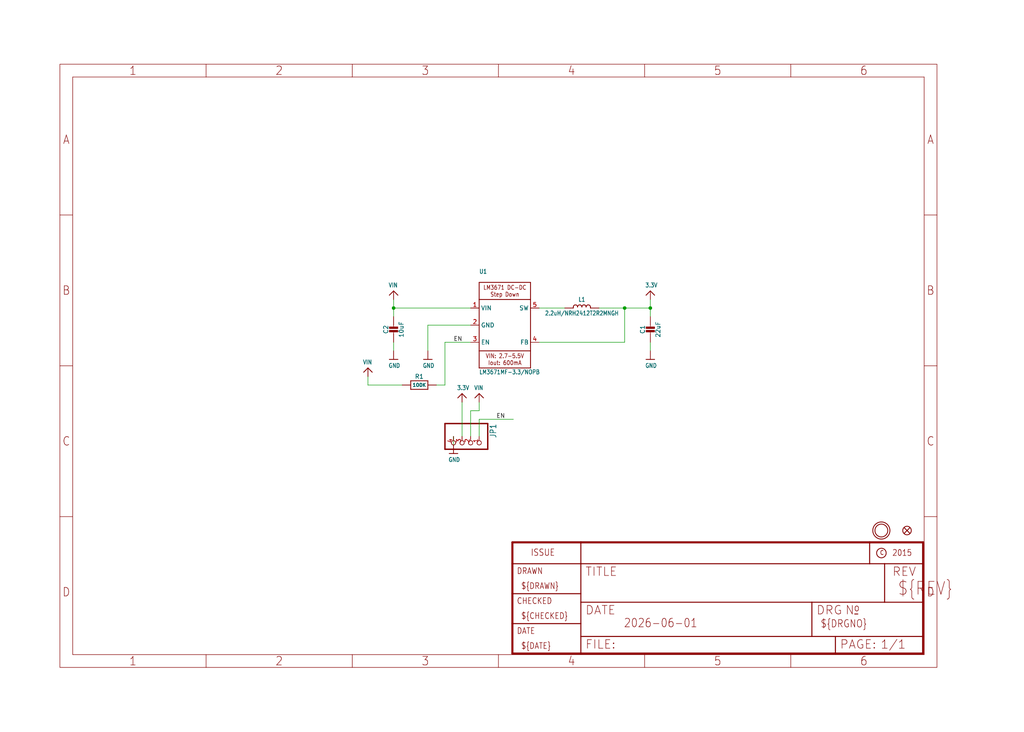
<source format=kicad_sch>
(kicad_sch (version 20230121) (generator eeschema)
  (paper "User" 303.962 217.322)
  (lib_symbols
    (symbol "working-eagle-import:3.3V" (power)
      (property "Value" "3.3V" (at -1.524 1.016 0))
      (symbol "3.3V_1_0"
        (polyline (pts (xy -1.27 -1.27) (xy 0 0)) (stroke (width 0.254)))
        (polyline (pts (xy 0 0) (xy 1.27 -1.27)) (stroke (width 0.254)))
        (pin power_in line (at 0 -2.54 90) (length 2.54) (name "3.3V") (number "1"))
      )
    )
    (symbol "working-eagle-import:CAP_CERAMIC0805-NOOUTLINE"
      (property "Reference" "C" (at -2.29 1.25 90))
      (symbol "CAP_CERAMIC0805-NOOUTLINE_1_0"
        (rectangle (start -1.27 0.508) (end 1.27 1.016) (fill (type outline)))
        (rectangle (start -1.27 1.524) (end 1.27 2.032) (fill (type outline)))
        (polyline (pts (xy 0 0.762) (xy 0 0)) (stroke (width 0.1524)))
        (polyline (pts (xy 0 2.54) (xy 0 1.778)) (stroke (width 0.1524)))
        (pin passive line (at 0 5.08 270) (length 2.54) (name "1") (number "1"))
        (pin passive line (at 0 -2.54 90) (length 2.54) (name "2") (number "2"))
      )
    )
    (symbol "working-eagle-import:FIDUCIAL{dblquote}{dblquote}"
      (symbol "FIDUCIAL{dblquote}{dblquote}_1_0"
        (polyline (pts (xy -0.762 0.762) (xy 0.762 -0.762)) (stroke (width 0.254)))
        (polyline (pts (xy 0.762 0.762) (xy -0.762 -0.762)) (stroke (width 0.254)))
        (circle (center 0 0) (radius 1.27) (stroke (width 0.254)))
      )
    )
    (symbol "working-eagle-import:FRAME_A4"
      (symbol "FRAME_A4_1_0"
        (polyline (pts (xy 0 44.7675) (xy 3.81 44.7675)))
        (polyline (pts (xy 0 89.535) (xy 3.81 89.535)))
        (polyline (pts (xy 0 134.3025) (xy 3.81 134.3025)))
        (polyline (pts (xy 3.81 3.81) (xy 3.81 175.26)))
        (polyline (pts (xy 43.3917 0) (xy 43.3917 3.81)))
        (polyline (pts (xy 43.3917 175.26) (xy 43.3917 179.07)))
        (polyline (pts (xy 86.7833 0) (xy 86.7833 3.81)))
        (polyline (pts (xy 86.7833 175.26) (xy 86.7833 179.07)))
        (polyline (pts (xy 130.175 0) (xy 130.175 3.81)))
        (polyline (pts (xy 130.175 175.26) (xy 130.175 179.07)))
        (polyline (pts (xy 173.5667 0) (xy 173.5667 3.81)))
        (polyline (pts (xy 173.5667 175.26) (xy 173.5667 179.07)))
        (polyline (pts (xy 216.9583 0) (xy 216.9583 3.81)))
        (polyline (pts (xy 216.9583 175.26) (xy 216.9583 179.07)))
        (polyline (pts (xy 256.54 3.81) (xy 3.81 3.81)))
        (polyline (pts (xy 256.54 3.81) (xy 256.54 8.89)) (stroke (width 0.1016)))
        (polyline (pts (xy 256.54 3.81) (xy 256.54 175.26)))
        (polyline (pts (xy 256.54 8.89) (xy 256.54 13.97)) (stroke (width 0.1016)))
        (polyline (pts (xy 256.54 13.97) (xy 256.54 19.05)) (stroke (width 0.1016)))
        (polyline (pts (xy 256.54 19.05) (xy 256.54 36.83)) (stroke (width 0.1016)))
        (polyline (pts (xy 256.54 44.7675) (xy 260.35 44.7675)))
        (polyline (pts (xy 256.54 89.535) (xy 260.35 89.535)))
        (polyline (pts (xy 256.54 134.3025) (xy 260.35 134.3025)))
        (polyline (pts (xy 256.54 175.26) (xy 3.81 175.26)))
        (polyline (pts (xy 0 0) (xy 260.35 0) (xy 260.35 179.07) (xy 0 179.07) (xy 0 0)))
        (text "1" (at 21.6958 1.905 0) (effects (font (size 2.54 2.286))))
        (text "1" (at 21.6958 177.165 0) (effects (font (size 2.54 2.286))))
        (text "2" (at 65.0875 1.905 0) (effects (font (size 2.54 2.286))))
        (text "2" (at 65.0875 177.165 0) (effects (font (size 2.54 2.286))))
        (text "3" (at 108.4792 1.905 0) (effects (font (size 2.54 2.286))))
        (text "3" (at 108.4792 177.165 0) (effects (font (size 2.54 2.286))))
        (text "4" (at 151.8708 1.905 0) (effects (font (size 2.54 2.286))))
        (text "4" (at 151.8708 177.165 0) (effects (font (size 2.54 2.286))))
        (text "5" (at 195.2625 1.905 0) (effects (font (size 2.54 2.286))))
        (text "5" (at 195.2625 177.165 0) (effects (font (size 2.54 2.286))))
        (text "6" (at 238.6542 1.905 0) (effects (font (size 2.54 2.286))))
        (text "6" (at 238.6542 177.165 0) (effects (font (size 2.54 2.286))))
        (text "A" (at 1.905 156.6863 0) (effects (font (size 2.54 2.286))))
        (text "A" (at 258.445 156.6863 0) (effects (font (size 2.54 2.286))))
        (text "B" (at 1.905 111.9188 0) (effects (font (size 2.54 2.286))))
        (text "B" (at 258.445 111.9188 0) (effects (font (size 2.54 2.286))))
        (text "C" (at 1.905 67.1513 0) (effects (font (size 2.54 2.286))))
        (text "C" (at 258.445 67.1513 0) (effects (font (size 2.54 2.286))))
        (text "D" (at 1.905 22.3838 0) (effects (font (size 2.54 2.286))))
        (text "D" (at 258.445 22.3838 0) (effects (font (size 2.54 2.286))))
      )
      (symbol "FRAME_A4_2_0"
        (polyline (pts (xy -0.3048 1.5748) (xy 20.0152 1.5748)) (stroke (width 0.6096)))
        (polyline (pts (xy -0.3048 10.4648) (xy -0.3048 1.5748)) (stroke (width 0.6096)))
        (polyline (pts (xy -0.3048 10.4648) (xy 20.0152 10.4648)) (stroke (width 0.3048)))
        (polyline (pts (xy -0.3048 19.3548) (xy -0.3048 10.4648)) (stroke (width 0.6096)))
        (polyline (pts (xy -0.3048 19.3548) (xy 20.0152 19.3548)) (stroke (width 0.3048)))
        (polyline (pts (xy -0.3048 28.2448) (xy -0.3048 19.3548)) (stroke (width 0.6096)))
        (polyline (pts (xy -0.3048 28.2448) (xy 20.0152 28.2448)) (stroke (width 0.3048)))
        (polyline (pts (xy -0.3048 34.5948) (xy -0.3048 28.2448)) (stroke (width 0.6096)))
        (polyline (pts (xy 20.0152 1.5748) (xy 20.0152 6.6548)) (stroke (width 0.3048)))
        (polyline (pts (xy 20.0152 1.5748) (xy 95.5802 1.5748)) (stroke (width 0.6096)))
        (polyline (pts (xy 20.0152 6.6548) (xy 20.0152 10.4648)) (stroke (width 0.3048)))
        (polyline (pts (xy 20.0152 6.6548) (xy 88.5952 6.6548)) (stroke (width 0.3048)))
        (polyline (pts (xy 20.0152 10.4648) (xy 20.0152 16.8148)) (stroke (width 0.3048)))
        (polyline (pts (xy 20.0152 16.8148) (xy 20.0152 19.3548)) (stroke (width 0.3048)))
        (polyline (pts (xy 20.0152 19.3548) (xy 20.0152 28.2448)) (stroke (width 0.3048)))
        (polyline (pts (xy 20.0152 28.2448) (xy 20.0152 34.5948)) (stroke (width 0.3048)))
        (polyline (pts (xy 20.0152 28.2448) (xy 105.7402 28.2448)) (stroke (width 0.3048)))
        (polyline (pts (xy 20.0152 34.5948) (xy -0.3048 34.5948)) (stroke (width 0.6096)))
        (polyline (pts (xy 88.5952 6.6548) (xy 95.5802 6.6548)) (stroke (width 0.3048)))
        (polyline (pts (xy 88.5952 16.8148) (xy 20.0152 16.8148)) (stroke (width 0.3048)))
        (polyline (pts (xy 88.5952 16.8148) (xy 88.5952 6.6548)) (stroke (width 0.3048)))
        (polyline (pts (xy 95.5802 1.5748) (xy 121.6152 1.5748)) (stroke (width 0.6096)))
        (polyline (pts (xy 95.5802 6.6548) (xy 95.5802 1.5748)) (stroke (width 0.3048)))
        (polyline (pts (xy 95.5802 6.6548) (xy 121.6152 6.6548)) (stroke (width 0.3048)))
        (polyline (pts (xy 101.2952 13.3223) (xy 102.2477 13.3223)) (stroke (width 0.254)))
        (polyline (pts (xy 105.7402 28.2448) (xy 105.7402 34.5948)) (stroke (width 0.3048)))
        (polyline (pts (xy 105.7402 28.2448) (xy 110.1852 28.2448)) (stroke (width 0.3048)))
        (polyline (pts (xy 105.7402 34.5948) (xy 20.0152 34.5948)) (stroke (width 0.6096)))
        (polyline (pts (xy 110.1852 16.8148) (xy 88.5952 16.8148)) (stroke (width 0.3048)))
        (polyline (pts (xy 110.1852 28.2448) (xy 110.1852 16.8148)) (stroke (width 0.3048)))
        (polyline (pts (xy 110.1852 28.2448) (xy 121.6152 28.2448)) (stroke (width 0.3048)))
        (polyline (pts (xy 121.6152 6.6548) (xy 121.6152 1.5748)) (stroke (width 0.6096)))
        (polyline (pts (xy 121.6152 16.8148) (xy 110.1852 16.8148)) (stroke (width 0.3048)))
        (polyline (pts (xy 121.6152 16.8148) (xy 121.6152 6.6548)) (stroke (width 0.6096)))
        (polyline (pts (xy 121.6152 28.2448) (xy 121.6152 16.8148)) (stroke (width 0.6096)))
        (polyline (pts (xy 121.6152 34.5948) (xy 105.7402 34.5948)) (stroke (width 0.6096)))
        (polyline (pts (xy 121.6152 34.5948) (xy 121.6152 28.2448)) (stroke (width 0.6096)))
        (circle (center 109.2327 31.4198) (radius 1.4199) (stroke (width 0.254)))
        (text "${#}/${##}" (at 108.9152 2.8448 0) (effects (font (size 2.54 2.54)) (justify left bottom)))
        (text "${CHECKED}" (at 2.2352 11.7348 0) (effects (font (size 1.778 1.5113)) (justify left bottom)))
        (text "${COMPANY}" (at 23.349 29.6735 0) (effects (font (size 3.175 2.6987) (thickness 0.5397) bold) (justify left bottom)))
        (text "${CURRENT_DATE}" (at 32.7152 9.1948 0) (effects (font (size 2.54 2.159)) (justify left bottom)))
        (text "${DATE}" (at 2.2352 2.8448 0) (effects (font (size 1.778 1.5113)) (justify left bottom)))
        (text "${DRAWN}" (at 2.2352 20.6248 0) (effects (font (size 1.778 1.5113)) (justify left bottom)))
        (text "${DRGNO}" (at 91.1352 9.1948 0) (effects (font (size 2.1844 1.8567)) (justify left bottom)))
        (text "${PROJECTNAME}" (at 33.0327 2.8448 0) (effects (font (size 2.54 2.159)) (justify left bottom)))
        (text "${REV}" (at 113.9952 18.7198 0) (effects (font (size 3.81 3.2385)) (justify left bottom)))
        (text "2015" (at 112.4077 30.4673 0) (effects (font (size 1.778 1.5113)) (justify left bottom)))
        (text "C" (at 108.7564 30.7848 0) (effects (font (size 1.27 1.0795)) (justify left bottom)))
        (text "CHECKED" (at 0.9652 16.1798 0) (effects (font (size 1.778 1.5113)) (justify left bottom)))
        (text "DATE" (at 0.9652 7.2898 0) (effects (font (size 1.778 1.5113)) (justify left bottom)))
        (text "DATE" (at 21.2852 13.0048 0) (effects (font (size 2.54 2.54)) (justify left bottom)))
        (text "DRAWN" (at 0.9652 25.0698 0) (effects (font (size 1.778 1.5113)) (justify left bottom)))
        (text "DRG" (at 89.8652 13.0048 0) (effects (font (size 2.54 2.54)) (justify left bottom)))
        (text "FILE:" (at 21.2852 2.8448 0) (effects (font (size 2.54 2.54)) (justify left bottom)))
        (text "ISSUE" (at 5.0927 30.4673 0) (effects (font (size 1.9304 1.6408)) (justify left bottom)))
        (text "N" (at 98.4377 13.0048 0) (effects (font (size 2.54 2.54)) (justify left bottom)))
        (text "o" (at 100.9777 13.9573 0) (effects (font (size 2.1844 1.8567)) (justify left bottom)))
        (text "PAGE:" (at 96.8502 2.8448 0) (effects (font (size 2.54 2.54)) (justify left bottom)))
        (text "REV" (at 112.4077 24.4348 0) (effects (font (size 2.54 2.54)) (justify left bottom)))
        (text "TITLE" (at 21.2852 24.4348 0) (effects (font (size 2.54 2.54)) (justify left bottom)))
      )
    )
    (symbol "working-eagle-import:GND" (power)
      (property "Value" "GND" (at -1.524 -2.54 0))
      (symbol "GND_1_0"
        (polyline (pts (xy -1.27 0) (xy 1.27 0)) (stroke (width 0.254)))
        (pin power_in line (at 0 2.54 270) (length 2.54) (name "GND") (number "1"))
      )
    )
    (symbol "working-eagle-import:HEADER-1X4ROUND"
      (property "Reference" "JP" (at -6.35 8.255 0))
      (symbol "HEADER-1X4ROUND_1_0"
        (polyline (pts (xy -6.35 -5.08) (xy 1.27 -5.08)) (stroke (width 0.4064)))
        (polyline (pts (xy -6.35 7.62) (xy -6.35 -5.08)) (stroke (width 0.4064)))
        (polyline (pts (xy 1.27 -5.08) (xy 1.27 7.62)) (stroke (width 0.4064)))
        (polyline (pts (xy 1.27 7.62) (xy -6.35 7.62)) (stroke (width 0.4064)))
        (pin passive inverted (at -2.54 5.08 0) (length 2.54) (name "1") (number "1"))
        (pin passive inverted (at -2.54 2.54 0) (length 2.54) (name "2") (number "2"))
        (pin passive inverted (at -2.54 0 0) (length 2.54) (name "3") (number "3"))
        (pin passive inverted (at -2.54 -2.54 0) (length 2.54) (name "4") (number "4"))
      )
    )
    (symbol "working-eagle-import:INDUCTORNRH2412T"
      (property "Reference" "L" (at 0 2.54 0))
      (symbol "INDUCTORNRH2412T_1_0"
        (arc (start -1.27 0.3173) (mid -1.9049 0.9497) (end -2.54 0.3175) (stroke (width 0.254)))
        (polyline (pts (xy -2.54 0.3175) (xy -2.54 0)) (stroke (width 0.254)))
        (polyline (pts (xy 2.54 0.3175) (xy 2.54 0)) (stroke (width 0.254)))
        (arc (start 0 0.3173) (mid -0.6349 0.9497) (end -1.27 0.3175) (stroke (width 0.254)))
        (arc (start 1.27 0.3173) (mid 0.6351 0.9497) (end 0 0.3175) (stroke (width 0.254)))
        (arc (start 2.54 0.3173) (mid 1.9051 0.9497) (end 1.27 0.3175) (stroke (width 0.254)))
        (pin passive line (at -5.08 0 0) (length 2.54) (name "1") (number "1"))
        (pin passive line (at 5.08 0 180) (length 2.54) (name "2") (number "2"))
      )
    )
    (symbol "working-eagle-import:MOUNTINGHOLE2.5"
      (symbol "MOUNTINGHOLE2.5_1_0"
        (circle (center 0 0) (radius 1.905) (stroke (width 0.254)))
        (circle (center 0 0) (radius 2.54) (stroke (width 0.254)))
      )
    )
    (symbol "working-eagle-import:RESISTOR0805_NOOUTLINE"
      (property "Reference" "R" (at 0 2.54 0))
      (symbol "RESISTOR0805_NOOUTLINE_1_0"
        (polyline (pts (xy -2.54 -1.27) (xy -2.54 1.27)) (stroke (width 0.254)))
        (polyline (pts (xy -2.54 1.27) (xy 2.54 1.27)) (stroke (width 0.254)))
        (polyline (pts (xy 2.54 -1.27) (xy -2.54 -1.27)) (stroke (width 0.254)))
        (polyline (pts (xy 2.54 1.27) (xy 2.54 -1.27)) (stroke (width 0.254)))
        (pin passive line (at -5.08 0 0) (length 2.54) (name "1") (number "1"))
        (pin passive line (at 5.08 0 180) (length 2.54) (name "2") (number "2"))
      )
    )
    (symbol "working-eagle-import:VIN" (power)
      (property "Value" "VIN" (at -1.524 1.016 0))
      (symbol "VIN_1_0"
        (polyline (pts (xy -1.27 -1.27) (xy 0 0)) (stroke (width 0.254)))
        (polyline (pts (xy 0 0) (xy 1.27 -1.27)) (stroke (width 0.254)))
        (pin power_in line (at 0 -2.54 90) (length 2.54) (name "VIN") (number "1"))
      )
    )
    (symbol "working-eagle-import:VREG_LM3671"
      (property "Reference" "U" (at -7.62 15.24 0))
      (symbol "VREG_LM3671_1_0"
        (polyline (pts (xy -7.62 -12.7) (xy 7.62 -12.7)) (stroke (width 0.254)))
        (polyline (pts (xy -7.62 -7.62) (xy -7.62 -12.7)) (stroke (width 0.254)))
        (polyline (pts (xy -7.62 -7.62) (xy -7.62 7.62)) (stroke (width 0.254)))
        (polyline (pts (xy -7.62 7.62) (xy -7.62 12.7)) (stroke (width 0.254)))
        (polyline (pts (xy -7.62 7.62) (xy 7.62 7.62)) (stroke (width 0.254)))
        (polyline (pts (xy -7.62 12.7) (xy 7.62 12.7)) (stroke (width 0.254)))
        (polyline (pts (xy 7.62 -12.7) (xy 7.62 -7.62)) (stroke (width 0.254)))
        (polyline (pts (xy 7.62 -7.62) (xy -7.62 -7.62)) (stroke (width 0.254)))
        (polyline (pts (xy 7.62 7.62) (xy 7.62 -7.62)) (stroke (width 0.254)))
        (polyline (pts (xy 7.62 12.7) (xy 7.62 7.62)) (stroke (width 0.254)))
        (text "LM3671 DC-DC\nStep Down" (at 0 10.16 0) (effects (font (size 1.27 1.0795))))
        (text "VIN: 2.7-5.5V\nIout: 600mA" (at 0 -10.16 0) (effects (font (size 1.27 1.0795))))
        (pin power_in line (at -10.16 5.08 0) (length 2.54) (name "VIN") (number "1"))
        (pin power_in line (at -10.16 0 0) (length 2.54) (name "GND") (number "2"))
        (pin input line (at -10.16 -5.08 0) (length 2.54) (name "EN") (number "3"))
        (pin power_in line (at 10.16 -5.08 180) (length 2.54) (name "FB") (number "4"))
        (pin output line (at 10.16 5.08 180) (length 2.54) (name "SW") (number "5"))
      )
    )
  )
  (junction (at 116.84 91.44))
  (junction (at 185.42 91.44))
  (junction (at 193.04 91.44))
  (wire (pts (xy 142.24 129.54) (xy 142.24 124.46)) (stroke (width 0.1524)))
  (wire (pts (xy 137.16 129.54) (xy 137.16 119.38)) (stroke (width 0.1524)))
  (wire (pts (xy 116.84 91.44) (xy 139.7 91.44)) (stroke (width 0.1524)))
  (wire (pts (xy 127 96.52) (xy 127 104.14)) (stroke (width 0.1524)))
  (wire (pts (xy 152.4 124.46) (xy 142.24 124.46)) (stroke (width 0.1524)))
  (wire (pts (xy 142.24 121.92) (xy 142.24 119.38)) (stroke (width 0.1524)))
  (wire (pts (xy 167.64 91.44) (xy 160.02 91.44)) (stroke (width 0.1524)))
  (wire (pts (xy 185.42 91.44) (xy 193.04 91.44)) (stroke (width 0.1524)))
  (wire (pts (xy 132.08 114.3) (xy 129.54 114.3)) (stroke (width 0.1524)))
  (wire (pts (xy 139.7 121.92) (xy 142.24 121.92)) (stroke (width 0.1524)))
  (wire (pts (xy 193.04 91.44) (xy 193.04 88.9)) (stroke (width 0.1524)))
  (wire (pts (xy 185.42 101.6) (xy 185.42 91.44)) (stroke (width 0.1524)))
  (wire (pts (xy 132.08 101.6) (xy 132.08 114.3)) (stroke (width 0.1524)))
  (wire (pts (xy 119.38 114.3) (xy 109.22 114.3)) (stroke (width 0.1524)))
  (wire (pts (xy 116.84 91.44) (xy 116.84 88.9)) (stroke (width 0.1524)))
  (wire (pts (xy 139.7 96.52) (xy 127 96.52)) (stroke (width 0.1524)))
  (wire (pts (xy 134.62 129.54) (xy 134.62 132.08)) (stroke (width 0.1524)))
  (wire (pts (xy 160.02 101.6) (xy 185.42 101.6)) (stroke (width 0.1524)))
  (wire (pts (xy 193.04 101.6) (xy 193.04 104.14)) (stroke (width 0.1524)))
  (wire (pts (xy 139.7 101.6) (xy 132.08 101.6)) (stroke (width 0.1524)))
  (wire (pts (xy 116.84 91.44) (xy 116.84 93.98)) (stroke (width 0.1524)))
  (wire (pts (xy 139.7 129.54) (xy 139.7 121.92)) (stroke (width 0.1524)))
  (wire (pts (xy 116.84 101.6) (xy 116.84 104.14)) (stroke (width 0.1524)))
  (wire (pts (xy 193.04 91.44) (xy 193.04 93.98)) (stroke (width 0.1524)))
  (wire (pts (xy 185.42 91.44) (xy 177.8 91.44)) (stroke (width 0.1524)))
  (wire (pts (xy 109.22 114.3) (xy 109.22 111.76)) (stroke (width 0.1524)))
  (label "EN" (at 134.62 101.6 0) (effects (font (size 1.2446 1.2446))))
  (label "EN" (at 147.32 124.46 0) (effects (font (size 1.2446 1.2446))))
  (symbol (lib_id "working-eagle-import:FIDUCIAL{dblquote}{dblquote}") (at 269.24 157.48 0) (unit 1)
    (property "Reference" "FID1" (effects hide))
    (property "Value" "FIDUCIAL{dblquote}{dblquote}" (effects hide))
    (property "Footprint" "working:FIDUCIAL_1MM" (effects hide))
  )
  (symbol (lib_id "working-eagle-import:FRAME_A4") (at 17.78 198.12 0) (unit 1)
    (property "Reference" "#FRAME1" (effects hide))
    (property "Value" "FRAME_A4" (effects hide))
  )
  (symbol (lib_id "working-eagle-import:RESISTOR0805_NOOUTLINE") (at 124.46 114.3 0) (unit 1)
    (property "Reference" "R1" (at 124.46 111.76 0))
    (property "Value" "100K" (at 124.46 114.3 0) (effects (font (size 1.016 1.016) bold)))
    (property "Footprint" "working:0805-NO" (effects hide))
  )
  (symbol (lib_id "working-eagle-import:GND") (at 116.84 106.68 0) (unit 1)
    (property "Reference" "#U$3" (effects hide))
    (property "Value" "GND" (at 115.316 109.22 0) (effects (font (size 1.27 1.0795)) (justify left bottom)))
  )
  (symbol (lib_id "working-eagle-import:GND") (at 193.04 106.68 0) (unit 1)
    (property "Reference" "#U$1" (effects hide))
    (property "Value" "GND" (at 191.516 109.22 0) (effects (font (size 1.27 1.0795)) (justify left bottom)))
  )
  (symbol (lib_id "working-eagle-import:CAP_CERAMIC0805-NOOUTLINE") (at 193.04 99.06 0) (unit 1)
    (property "Reference" "C1" (at 190.75 97.81 90))
    (property "Value" "22uF" (at 195.34 97.81 90))
    (property "Footprint" "working:0805-NO" (effects hide))
  )
  (symbol (lib_id "working-eagle-import:INDUCTORNRH2412T") (at 172.72 91.44 0) (unit 1)
    (property "Reference" "L1" (at 172.72 88.9 0) (effects (font (size 1.27 1.0795))))
    (property "Value" "2.2uH/NRH2412T2R2MNGH" (at 172.72 92.98 0) (effects (font (size 1.27 1.0795))))
    (property "Footprint" "working:INDUCTOR_TAIYOYUDEN_NRH2412T" (effects hide))
  )
  (symbol (lib_id "working-eagle-import:VIN") (at 109.22 109.22 0) (unit 1)
    (property "Reference" "#U$12" (effects hide))
    (property "Value" "VIN" (at 107.696 108.204 0) (effects (font (size 1.27 1.0795)) (justify left bottom)))
  )
  (symbol (lib_id "working-eagle-import:VREG_LM3671") (at 149.86 96.52 0) (unit 1)
    (property "Reference" "U1" (at 142.24 81.28 0) (effects (font (size 1.27 1.0795)) (justify left bottom)))
    (property "Value" "LM3671MF-3.3/NOPB" (at 142.24 111.125 0) (effects (font (size 1.27 1.0795)) (justify left bottom)))
    (property "Footprint" "working:SOT23-5" (effects hide))
  )
  (symbol (lib_id "working-eagle-import:MOUNTINGHOLE2.5") (at 261.62 157.48 0) (unit 1)
    (property "Reference" "U$9" (effects hide))
    (property "Value" "MOUNTINGHOLE2.5" (effects hide))
    (property "Footprint" "working:MOUNTINGHOLE_2.5_PLATED" (effects hide))
  )
  (symbol (lib_id "working-eagle-import:GND") (at 134.62 134.62 0) (unit 1)
    (property "Reference" "#U$8" (effects hide))
    (property "Value" "GND" (at 133.096 137.16 0) (effects (font (size 1.27 1.0795)) (justify left bottom)))
  )
  (symbol (lib_id "working-eagle-import:FRAME_A4") (at 152.4 195.58 0) (unit 2)
    (property "Reference" "#FRAME1" (effects hide))
    (property "Value" "FRAME_A4" (effects hide))
  )
  (symbol (lib_id "working-eagle-import:VIN") (at 116.84 86.36 0) (unit 1)
    (property "Reference" "#U$4" (effects hide))
    (property "Value" "VIN" (at 115.316 85.344 0) (effects (font (size 1.27 1.0795)) (justify left bottom)))
  )
  (symbol (lib_id "working-eagle-import:HEADER-1X4ROUND") (at 137.16 132.08 270) (unit 1)
    (property "Reference" "JP1" (at 145.415 125.73 0) (effects (font (size 1.778 1.5113)) (justify left bottom)))
    (property "Value" "HEADER-1X4ROUND" (effects hide))
    (property "Footprint" "working:1X04_ROUND" (effects hide))
  )
  (symbol (lib_id "working-eagle-import:3.3V") (at 137.16 116.84 0) (unit 1)
    (property "Reference" "#U$7" (effects hide))
    (property "Value" "3.3V" (at 135.636 115.824 0) (effects (font (size 1.27 1.0795)) (justify left bottom)))
  )
  (symbol (lib_id "working-eagle-import:VIN") (at 142.24 116.84 0) (unit 1)
    (property "Reference" "#U$6" (effects hide))
    (property "Value" "VIN" (at 140.716 115.824 0) (effects (font (size 1.27 1.0795)) (justify left bottom)))
  )
  (symbol (lib_id "working-eagle-import:CAP_CERAMIC0805-NOOUTLINE") (at 116.84 99.06 0) (unit 1)
    (property "Reference" "C2" (at 114.55 97.81 90))
    (property "Value" "10uF" (at 119.14 97.81 90))
    (property "Footprint" "working:0805-NO" (effects hide))
  )
  (symbol (lib_id "working-eagle-import:3.3V") (at 193.04 86.36 0) (unit 1)
    (property "Reference" "#U$2" (effects hide))
    (property "Value" "3.3V" (at 191.516 85.344 0) (effects (font (size 1.27 1.0795)) (justify left bottom)))
  )
  (symbol (lib_id "working-eagle-import:GND") (at 127 106.68 0) (unit 1)
    (property "Reference" "#U$5" (effects hide))
    (property "Value" "GND" (at 125.476 109.22 0) (effects (font (size 1.27 1.0795)) (justify left bottom)))
  )
)
</source>
